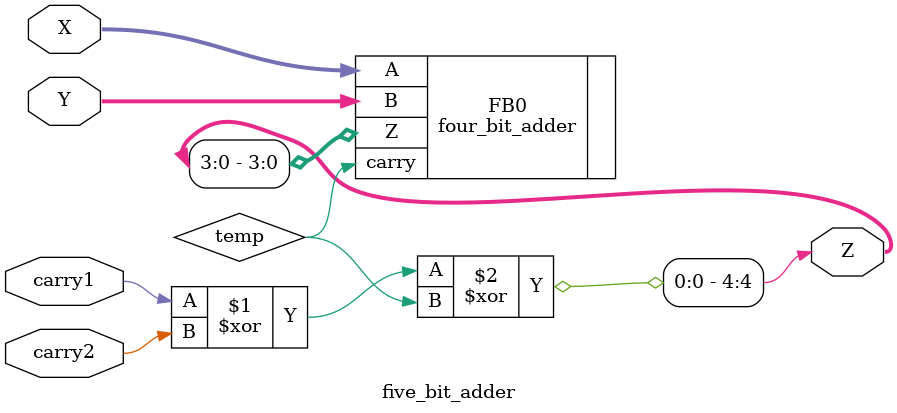
<source format=v>
`timescale 1ns / 1ps
module five_bit_adder(X,carry1,Y,carry2,Z
    );
    input [3:0]X;
	 input [3:0]Y;
	 input carry1;
	 input carry2;
	 output [4:0]Z;
	 wire [4:0]Z;
	 wire temp;
	 four_bit_adder FB0 (.A(X),.B(Y),.Z(Z[3:0]),.carry(temp));
	 assign Z[4] = carry1^carry2^temp;

endmodule
</source>
